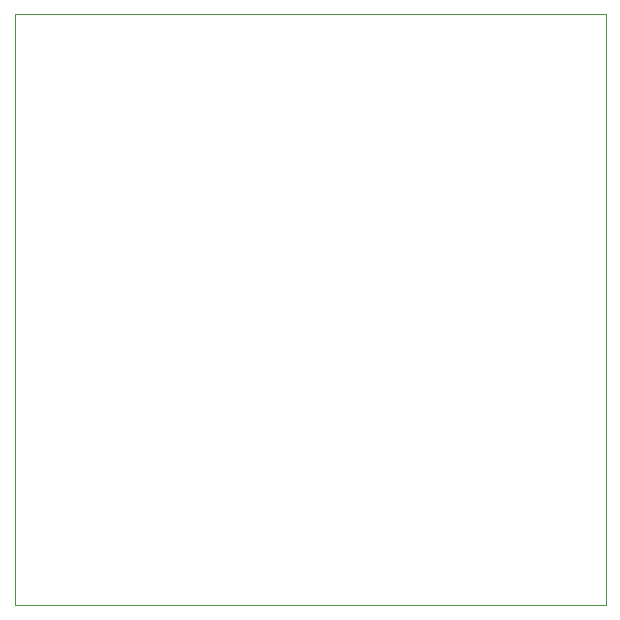
<source format=gko>
%FSAX42Y42*%
%MOMM*%
G71*
G01*
G75*
G04 Layer_Color=16711935*
%ADD10R,1.70X1.70*%
%ADD11O,0.65X0.20*%
%ADD12O,0.20X0.65*%
%ADD13R,1.60X1.30*%
%ADD14R,1.30X1.60*%
%ADD15R,1.10X0.60*%
%ADD16R,1.40X1.00*%
%ADD17R,0.23X0.60*%
%ADD18R,0.60X0.23*%
%ADD19C,0.25*%
%ADD20C,0.24*%
%ADD21C,0.20*%
%ADD22C,1.50*%
%ADD23R,1.50X1.50*%
%ADD24R,1.50X1.50*%
%ADD25C,1.30*%
G04:AMPARAMS|DCode=26|XSize=3mm|YSize=1.5mm|CornerRadius=0mm|HoleSize=0mm|Usage=FLASHONLY|Rotation=0.000|XOffset=0mm|YOffset=0mm|HoleType=Round|Shape=Octagon|*
%AMOCTAGOND26*
4,1,8,1.50,-0.38,1.50,0.38,1.13,0.75,-1.13,0.75,-1.50,0.38,-1.50,-0.38,-1.13,-0.75,1.13,-0.75,1.50,-0.38,0.0*
%
%ADD26OCTAGOND26*%

%ADD27C,1.52*%
%ADD28C,0.50*%
%ADD29R,1.02X0.91*%
%ADD30R,0.91X1.02*%
%ADD31O,1.65X0.48*%
%ADD32R,0.60X1.10*%
%ADD33C,0.25*%
%ADD34C,0.60*%
%ADD35C,0.30*%
%ADD36C,0.10*%
%ADD37C,0.13*%
%ADD38R,1.90X1.90*%
%ADD39O,0.85X0.40*%
%ADD40O,0.40X0.85*%
%ADD41R,1.80X1.50*%
%ADD42R,1.50X1.80*%
%ADD43R,1.30X0.80*%
%ADD44R,1.60X1.20*%
%ADD45C,1.70*%
%ADD46R,1.70X1.70*%
G04:AMPARAMS|DCode=47|XSize=3.2mm|YSize=1.7mm|CornerRadius=0mm|HoleSize=0mm|Usage=FLASHONLY|Rotation=0.000|XOffset=0mm|YOffset=0mm|HoleType=Round|Shape=Octagon|*
%AMOCTAGOND47*
4,1,8,1.60,-0.42,1.60,0.42,1.18,0.85,-1.18,0.85,-1.60,0.42,-1.60,-0.42,-1.18,-0.85,1.18,-0.85,1.60,-0.42,0.0*
%
%ADD47OCTAGOND47*%

%ADD48C,1.72*%
%ADD49C,0.70*%
%ADD50R,1.22X1.11*%
%ADD51R,1.11X1.22*%
%ADD52O,1.85X0.68*%
%ADD53R,0.80X1.30*%
%ADD54C,0.03*%
%ADD55C,0.03*%
D54*
X002500Y007500D02*
X007500D01*
Y002500D02*
Y007500D01*
X002500Y002500D02*
X007500D01*
D55*
X002500D02*
Y007500D01*
M02*

</source>
